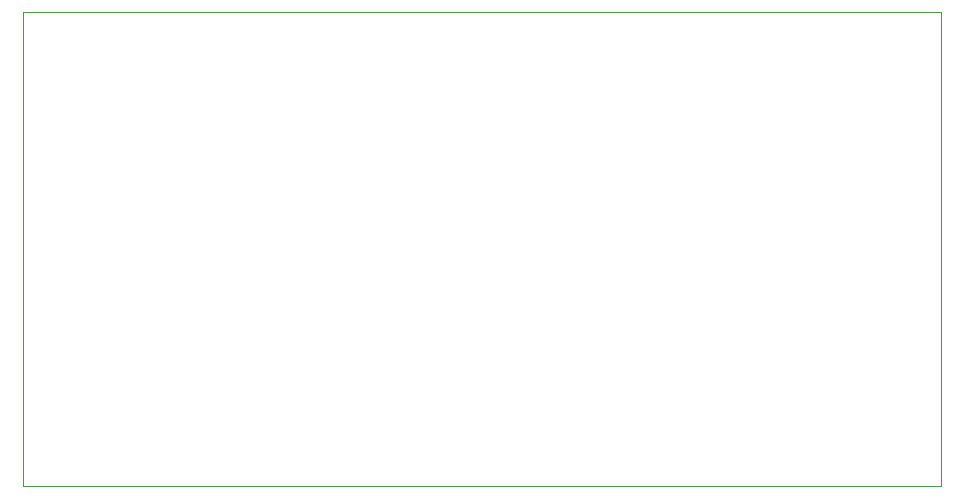
<source format=gbr>
%TF.GenerationSoftware,Altium Limited,CircuitMaker,2.0.2 (2.0.2.40)*%
G04 Layer_Color=0*
%FSLAX25Y25*%
%MOIN*%
%TF.SameCoordinates,4CCF3E00-E941-4990-BDAE-273065C54DFB*%
%TF.FilePolarity,Positive*%
%TF.FileFunction,Profile,NP*%
%TF.Part,Single*%
G01*
G75*
%TA.AperFunction,Profile*%
%ADD82C,0.00100*%
D82*
X100000Y100000D02*
X406000D01*
Y258000D01*
X100000D01*
Y100000D01*
%TF.MD5,abd364b1e76ea414aa04bd714bdd6ee3*%
M02*

</source>
